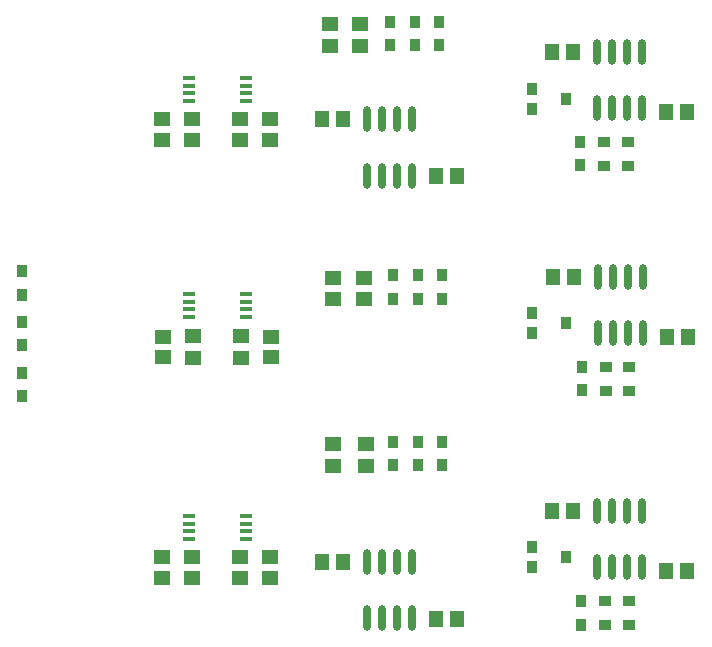
<source format=gtp>
%FSLAX25Y25*%
%MOIN*%
G70*
G01*
G75*
G04 Layer_Color=8421504*
%ADD10R,0.03543X0.04331*%
%ADD11R,0.04331X0.03543*%
%ADD12R,0.03543X0.03937*%
%ADD13R,0.04016X0.01614*%
%ADD14R,0.05512X0.04921*%
%ADD15R,0.05512X0.04724*%
%ADD16R,0.04724X0.05512*%
%ADD17O,0.02362X0.08661*%
%ADD18C,0.01000*%
%ADD19C,0.05906*%
%ADD20R,0.05906X0.05906*%
%ADD21C,0.10000*%
%ADD22R,0.05906X0.05906*%
%ADD23C,0.06000*%
%ADD24C,0.05000*%
%ADD25C,0.10787*%
%ADD26R,0.04724X0.04724*%
%ADD27C,0.00787*%
%ADD28C,0.00984*%
%ADD29C,0.02362*%
%ADD30C,0.00800*%
%ADD31C,0.02000*%
D10*
X34500Y169626D02*
D03*
Y177500D02*
D03*
Y211374D02*
D03*
Y203500D02*
D03*
Y186563D02*
D03*
Y194437D02*
D03*
X220500Y246626D02*
D03*
Y254500D02*
D03*
X221000Y171626D02*
D03*
Y179500D02*
D03*
X220700Y93326D02*
D03*
Y101200D02*
D03*
X157000Y286549D02*
D03*
Y294423D02*
D03*
X158000Y202000D02*
D03*
Y209874D02*
D03*
Y146549D02*
D03*
Y154423D02*
D03*
X165250Y294423D02*
D03*
Y286549D02*
D03*
X173500Y294423D02*
D03*
Y286549D02*
D03*
X166250Y209874D02*
D03*
Y202000D02*
D03*
X174500Y209874D02*
D03*
Y202000D02*
D03*
X166250Y154423D02*
D03*
Y146549D02*
D03*
X174500Y154423D02*
D03*
Y146549D02*
D03*
X215800Y268800D02*
D03*
Y193900D02*
D03*
Y115900D02*
D03*
D11*
X236374Y254500D02*
D03*
X228500D02*
D03*
X236374Y246500D02*
D03*
X228500D02*
D03*
X236874Y179500D02*
D03*
X229000D02*
D03*
X236874Y171500D02*
D03*
X229000D02*
D03*
X236574Y101200D02*
D03*
X228700D02*
D03*
X236574Y93200D02*
D03*
X228700D02*
D03*
D12*
X204383Y265454D02*
D03*
Y272147D02*
D03*
Y190553D02*
D03*
Y197247D02*
D03*
Y112554D02*
D03*
Y119246D02*
D03*
D13*
X109000Y268000D02*
D03*
Y270559D02*
D03*
Y273118D02*
D03*
Y275677D02*
D03*
X90102Y268000D02*
D03*
Y270559D02*
D03*
Y273118D02*
D03*
Y275677D02*
D03*
X109000Y196000D02*
D03*
Y198559D02*
D03*
Y201118D02*
D03*
Y203677D02*
D03*
X90102Y196000D02*
D03*
Y198559D02*
D03*
Y201118D02*
D03*
Y203677D02*
D03*
X109000Y122000D02*
D03*
Y124559D02*
D03*
Y127118D02*
D03*
Y129677D02*
D03*
X90102Y122000D02*
D03*
Y124559D02*
D03*
Y127118D02*
D03*
Y129677D02*
D03*
D14*
X117000Y261945D02*
D03*
Y255055D02*
D03*
X81000Y261945D02*
D03*
Y255055D02*
D03*
X117500Y189445D02*
D03*
Y182555D02*
D03*
X81500Y189445D02*
D03*
Y182555D02*
D03*
X117000Y115945D02*
D03*
Y109055D02*
D03*
X81000Y115945D02*
D03*
Y109055D02*
D03*
D15*
X107000Y254957D02*
D03*
Y262043D02*
D03*
X91000Y254957D02*
D03*
Y262043D02*
D03*
X107500Y182457D02*
D03*
Y189543D02*
D03*
X91500Y182457D02*
D03*
Y189543D02*
D03*
X107000Y108957D02*
D03*
Y116043D02*
D03*
X147000Y286457D02*
D03*
Y293543D02*
D03*
X91000Y108957D02*
D03*
Y116043D02*
D03*
X148500Y201908D02*
D03*
Y208995D02*
D03*
X149000Y146457D02*
D03*
Y153543D02*
D03*
X137000Y286457D02*
D03*
Y293543D02*
D03*
X138000Y201908D02*
D03*
Y208995D02*
D03*
Y146457D02*
D03*
Y153543D02*
D03*
D16*
X218043Y284500D02*
D03*
X210957D02*
D03*
X248957Y264500D02*
D03*
X256043D02*
D03*
X218543Y209500D02*
D03*
X211457D02*
D03*
X249457Y189500D02*
D03*
X256543D02*
D03*
X218043Y131400D02*
D03*
X210957D02*
D03*
X248957Y111500D02*
D03*
X256043D02*
D03*
X141543Y261900D02*
D03*
X134457D02*
D03*
X172457Y243100D02*
D03*
X179543D02*
D03*
X141543Y114400D02*
D03*
X134457D02*
D03*
X172457Y95400D02*
D03*
X179543D02*
D03*
D17*
X241000Y284449D02*
D03*
X236000D02*
D03*
X231000D02*
D03*
X226000D02*
D03*
X241000Y265551D02*
D03*
X236000D02*
D03*
X231000D02*
D03*
X226000D02*
D03*
X241500Y209449D02*
D03*
X236500D02*
D03*
X231500D02*
D03*
X226500D02*
D03*
X241500Y190551D02*
D03*
X236500D02*
D03*
X231500D02*
D03*
X226500D02*
D03*
X241000Y131449D02*
D03*
X236000D02*
D03*
X231000D02*
D03*
X226000D02*
D03*
X241000Y112551D02*
D03*
X236000D02*
D03*
X231000D02*
D03*
X226000D02*
D03*
X164500Y261949D02*
D03*
X159500D02*
D03*
X154500D02*
D03*
X149500D02*
D03*
X164500Y243051D02*
D03*
X159500D02*
D03*
X154500D02*
D03*
X149500D02*
D03*
X164500Y114449D02*
D03*
X159500D02*
D03*
X154500D02*
D03*
X149500D02*
D03*
X164500Y95551D02*
D03*
X159500D02*
D03*
X154500D02*
D03*
X149500D02*
D03*
M02*

</source>
